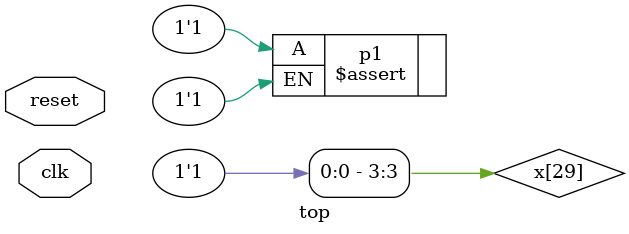
<source format=sv>
module top (input clk, input reset);

   wire [3:0] x[4:0][5:0];

   assign x[4][5][3] = 1;
   
   p1: assert property (x[4][5][3] == 1);

endmodule
   

</source>
